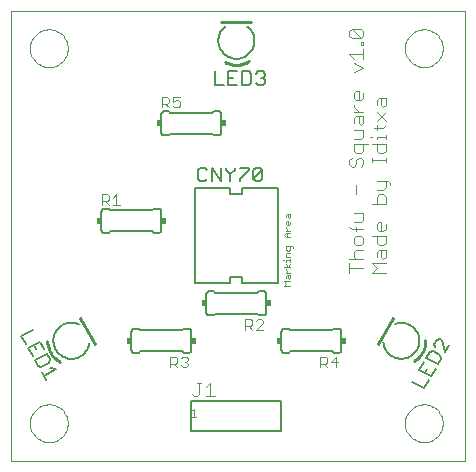
<source format=gto>
G75*
G70*
%OFA0B0*%
%FSLAX24Y24*%
%IPPOS*%
%LPD*%
%AMOC8*
5,1,8,0,0,1.08239X$1,22.5*
%
%ADD10C,0.0000*%
%ADD11C,0.0040*%
%ADD12C,0.0100*%
%ADD13C,0.0060*%
%ADD14C,0.0050*%
%ADD15R,0.0150X0.0200*%
%ADD16C,0.0020*%
D10*
X000100Y000100D02*
X000100Y015100D01*
X000100Y015096D02*
X015220Y015096D01*
X015220Y000100D01*
X000100Y000100D01*
X000720Y001350D02*
X000722Y001400D01*
X000728Y001450D01*
X000738Y001499D01*
X000752Y001547D01*
X000769Y001594D01*
X000790Y001639D01*
X000815Y001683D01*
X000843Y001724D01*
X000875Y001763D01*
X000909Y001800D01*
X000946Y001834D01*
X000986Y001864D01*
X001028Y001891D01*
X001072Y001915D01*
X001118Y001936D01*
X001165Y001952D01*
X001213Y001965D01*
X001263Y001974D01*
X001312Y001979D01*
X001363Y001980D01*
X001413Y001977D01*
X001462Y001970D01*
X001511Y001959D01*
X001559Y001944D01*
X001605Y001926D01*
X001650Y001904D01*
X001693Y001878D01*
X001734Y001849D01*
X001773Y001817D01*
X001809Y001782D01*
X001841Y001744D01*
X001871Y001704D01*
X001898Y001661D01*
X001921Y001617D01*
X001940Y001571D01*
X001956Y001523D01*
X001968Y001474D01*
X001976Y001425D01*
X001980Y001375D01*
X001980Y001325D01*
X001976Y001275D01*
X001968Y001226D01*
X001956Y001177D01*
X001940Y001129D01*
X001921Y001083D01*
X001898Y001039D01*
X001871Y000996D01*
X001841Y000956D01*
X001809Y000918D01*
X001773Y000883D01*
X001734Y000851D01*
X001693Y000822D01*
X001650Y000796D01*
X001605Y000774D01*
X001559Y000756D01*
X001511Y000741D01*
X001462Y000730D01*
X001413Y000723D01*
X001363Y000720D01*
X001312Y000721D01*
X001263Y000726D01*
X001213Y000735D01*
X001165Y000748D01*
X001118Y000764D01*
X001072Y000785D01*
X001028Y000809D01*
X000986Y000836D01*
X000946Y000866D01*
X000909Y000900D01*
X000875Y000937D01*
X000843Y000976D01*
X000815Y001017D01*
X000790Y001061D01*
X000769Y001106D01*
X000752Y001153D01*
X000738Y001201D01*
X000728Y001250D01*
X000722Y001300D01*
X000720Y001350D01*
X000720Y013850D02*
X000722Y013900D01*
X000728Y013950D01*
X000738Y013999D01*
X000752Y014047D01*
X000769Y014094D01*
X000790Y014139D01*
X000815Y014183D01*
X000843Y014224D01*
X000875Y014263D01*
X000909Y014300D01*
X000946Y014334D01*
X000986Y014364D01*
X001028Y014391D01*
X001072Y014415D01*
X001118Y014436D01*
X001165Y014452D01*
X001213Y014465D01*
X001263Y014474D01*
X001312Y014479D01*
X001363Y014480D01*
X001413Y014477D01*
X001462Y014470D01*
X001511Y014459D01*
X001559Y014444D01*
X001605Y014426D01*
X001650Y014404D01*
X001693Y014378D01*
X001734Y014349D01*
X001773Y014317D01*
X001809Y014282D01*
X001841Y014244D01*
X001871Y014204D01*
X001898Y014161D01*
X001921Y014117D01*
X001940Y014071D01*
X001956Y014023D01*
X001968Y013974D01*
X001976Y013925D01*
X001980Y013875D01*
X001980Y013825D01*
X001976Y013775D01*
X001968Y013726D01*
X001956Y013677D01*
X001940Y013629D01*
X001921Y013583D01*
X001898Y013539D01*
X001871Y013496D01*
X001841Y013456D01*
X001809Y013418D01*
X001773Y013383D01*
X001734Y013351D01*
X001693Y013322D01*
X001650Y013296D01*
X001605Y013274D01*
X001559Y013256D01*
X001511Y013241D01*
X001462Y013230D01*
X001413Y013223D01*
X001363Y013220D01*
X001312Y013221D01*
X001263Y013226D01*
X001213Y013235D01*
X001165Y013248D01*
X001118Y013264D01*
X001072Y013285D01*
X001028Y013309D01*
X000986Y013336D01*
X000946Y013366D01*
X000909Y013400D01*
X000875Y013437D01*
X000843Y013476D01*
X000815Y013517D01*
X000790Y013561D01*
X000769Y013606D01*
X000752Y013653D01*
X000738Y013701D01*
X000728Y013750D01*
X000722Y013800D01*
X000720Y013850D01*
X013220Y013850D02*
X013222Y013900D01*
X013228Y013950D01*
X013238Y013999D01*
X013252Y014047D01*
X013269Y014094D01*
X013290Y014139D01*
X013315Y014183D01*
X013343Y014224D01*
X013375Y014263D01*
X013409Y014300D01*
X013446Y014334D01*
X013486Y014364D01*
X013528Y014391D01*
X013572Y014415D01*
X013618Y014436D01*
X013665Y014452D01*
X013713Y014465D01*
X013763Y014474D01*
X013812Y014479D01*
X013863Y014480D01*
X013913Y014477D01*
X013962Y014470D01*
X014011Y014459D01*
X014059Y014444D01*
X014105Y014426D01*
X014150Y014404D01*
X014193Y014378D01*
X014234Y014349D01*
X014273Y014317D01*
X014309Y014282D01*
X014341Y014244D01*
X014371Y014204D01*
X014398Y014161D01*
X014421Y014117D01*
X014440Y014071D01*
X014456Y014023D01*
X014468Y013974D01*
X014476Y013925D01*
X014480Y013875D01*
X014480Y013825D01*
X014476Y013775D01*
X014468Y013726D01*
X014456Y013677D01*
X014440Y013629D01*
X014421Y013583D01*
X014398Y013539D01*
X014371Y013496D01*
X014341Y013456D01*
X014309Y013418D01*
X014273Y013383D01*
X014234Y013351D01*
X014193Y013322D01*
X014150Y013296D01*
X014105Y013274D01*
X014059Y013256D01*
X014011Y013241D01*
X013962Y013230D01*
X013913Y013223D01*
X013863Y013220D01*
X013812Y013221D01*
X013763Y013226D01*
X013713Y013235D01*
X013665Y013248D01*
X013618Y013264D01*
X013572Y013285D01*
X013528Y013309D01*
X013486Y013336D01*
X013446Y013366D01*
X013409Y013400D01*
X013375Y013437D01*
X013343Y013476D01*
X013315Y013517D01*
X013290Y013561D01*
X013269Y013606D01*
X013252Y013653D01*
X013238Y013701D01*
X013228Y013750D01*
X013222Y013800D01*
X013220Y013850D01*
X013220Y001350D02*
X013222Y001400D01*
X013228Y001450D01*
X013238Y001499D01*
X013252Y001547D01*
X013269Y001594D01*
X013290Y001639D01*
X013315Y001683D01*
X013343Y001724D01*
X013375Y001763D01*
X013409Y001800D01*
X013446Y001834D01*
X013486Y001864D01*
X013528Y001891D01*
X013572Y001915D01*
X013618Y001936D01*
X013665Y001952D01*
X013713Y001965D01*
X013763Y001974D01*
X013812Y001979D01*
X013863Y001980D01*
X013913Y001977D01*
X013962Y001970D01*
X014011Y001959D01*
X014059Y001944D01*
X014105Y001926D01*
X014150Y001904D01*
X014193Y001878D01*
X014234Y001849D01*
X014273Y001817D01*
X014309Y001782D01*
X014341Y001744D01*
X014371Y001704D01*
X014398Y001661D01*
X014421Y001617D01*
X014440Y001571D01*
X014456Y001523D01*
X014468Y001474D01*
X014476Y001425D01*
X014480Y001375D01*
X014480Y001325D01*
X014476Y001275D01*
X014468Y001226D01*
X014456Y001177D01*
X014440Y001129D01*
X014421Y001083D01*
X014398Y001039D01*
X014371Y000996D01*
X014341Y000956D01*
X014309Y000918D01*
X014273Y000883D01*
X014234Y000851D01*
X014193Y000822D01*
X014150Y000796D01*
X014105Y000774D01*
X014059Y000756D01*
X014011Y000741D01*
X013962Y000730D01*
X013913Y000723D01*
X013863Y000720D01*
X013812Y000721D01*
X013763Y000726D01*
X013713Y000735D01*
X013665Y000748D01*
X013618Y000764D01*
X013572Y000785D01*
X013528Y000809D01*
X013486Y000836D01*
X013446Y000866D01*
X013409Y000900D01*
X013375Y000937D01*
X013343Y000976D01*
X013315Y001017D01*
X013290Y001061D01*
X013269Y001106D01*
X013252Y001153D01*
X013238Y001201D01*
X013228Y001250D01*
X013222Y001300D01*
X013220Y001350D01*
D11*
X010936Y003220D02*
X010936Y003570D01*
X010761Y003395D01*
X010994Y003395D01*
X010635Y003395D02*
X010577Y003337D01*
X010402Y003337D01*
X010519Y003337D02*
X010635Y003220D01*
X010635Y003395D02*
X010635Y003512D01*
X010577Y003570D01*
X010402Y003570D01*
X010402Y003220D01*
X008494Y004470D02*
X008261Y004470D01*
X008494Y004704D01*
X008494Y004762D01*
X008436Y004820D01*
X008319Y004820D01*
X008261Y004762D01*
X008135Y004762D02*
X008135Y004645D01*
X008077Y004587D01*
X007902Y004587D01*
X008019Y004587D02*
X008135Y004470D01*
X007902Y004470D02*
X007902Y004820D01*
X008077Y004820D01*
X008135Y004762D01*
X005994Y003512D02*
X005994Y003454D01*
X005936Y003395D01*
X005994Y003337D01*
X005994Y003278D01*
X005936Y003220D01*
X005819Y003220D01*
X005761Y003278D01*
X005635Y003220D02*
X005519Y003337D01*
X005577Y003337D02*
X005402Y003337D01*
X005402Y003220D02*
X005402Y003570D01*
X005577Y003570D01*
X005635Y003512D01*
X005635Y003395D01*
X005577Y003337D01*
X005761Y003512D02*
X005819Y003570D01*
X005936Y003570D01*
X005994Y003512D01*
X005936Y003395D02*
X005878Y003395D01*
X006273Y002705D02*
X006427Y002705D01*
X006350Y002705D02*
X006350Y002322D01*
X006273Y002245D01*
X006197Y002245D01*
X006120Y002322D01*
X006580Y002245D02*
X006887Y002245D01*
X006734Y002245D02*
X006734Y002705D01*
X006580Y002552D01*
X011370Y006370D02*
X011370Y006677D01*
X011370Y006830D02*
X011830Y006830D01*
X011600Y006830D02*
X011523Y006907D01*
X011523Y007061D01*
X011600Y007137D01*
X011830Y007137D01*
X011753Y007291D02*
X011830Y007368D01*
X011830Y007521D01*
X011753Y007598D01*
X011600Y007598D01*
X011523Y007521D01*
X011523Y007368D01*
X011600Y007291D01*
X011753Y007291D01*
X012120Y007598D02*
X012580Y007598D01*
X012580Y007368D01*
X012503Y007291D01*
X012350Y007291D01*
X012273Y007368D01*
X012273Y007598D01*
X012350Y007751D02*
X012273Y007828D01*
X012273Y007981D01*
X012350Y008058D01*
X012427Y008058D01*
X012427Y007751D01*
X012503Y007751D02*
X012350Y007751D01*
X012503Y007751D02*
X012580Y007828D01*
X012580Y007981D01*
X012580Y008672D02*
X012120Y008672D01*
X012273Y008672D02*
X012273Y008902D01*
X012350Y008979D01*
X012503Y008979D01*
X012580Y008902D01*
X012580Y008672D01*
X012503Y009132D02*
X012273Y009132D01*
X012503Y009132D02*
X012580Y009209D01*
X012580Y009439D01*
X012657Y009439D02*
X012733Y009363D01*
X012733Y009286D01*
X012657Y009439D02*
X012273Y009439D01*
X011753Y009900D02*
X011830Y009976D01*
X011830Y010130D01*
X011753Y010207D01*
X011677Y010207D01*
X011600Y010130D01*
X011600Y009976D01*
X011523Y009900D01*
X011446Y009900D01*
X011370Y009976D01*
X011370Y010130D01*
X011446Y010207D01*
X011600Y010360D02*
X011753Y010360D01*
X011830Y010437D01*
X011830Y010667D01*
X011983Y010667D02*
X011523Y010667D01*
X011523Y010437D01*
X011600Y010360D01*
X011523Y010820D02*
X011753Y010820D01*
X011830Y010897D01*
X011830Y011127D01*
X011523Y011127D01*
X011523Y011358D02*
X011523Y011511D01*
X011600Y011588D01*
X011830Y011588D01*
X011830Y011358D01*
X011753Y011281D01*
X011677Y011358D01*
X011677Y011588D01*
X011677Y011741D02*
X011523Y011895D01*
X011523Y011971D01*
X011600Y012125D02*
X011523Y012202D01*
X011523Y012355D01*
X011600Y012432D01*
X011677Y012432D01*
X011677Y012125D01*
X011753Y012125D02*
X011600Y012125D01*
X011753Y012125D02*
X011830Y012202D01*
X011830Y012355D01*
X012273Y012125D02*
X012273Y011971D01*
X012427Y011971D02*
X012427Y012202D01*
X012350Y012202D02*
X012273Y012125D01*
X012350Y012202D02*
X012580Y012202D01*
X012580Y011971D01*
X012503Y011895D01*
X012427Y011971D01*
X012580Y011741D02*
X012273Y011434D01*
X012273Y011281D02*
X012273Y011127D01*
X012196Y011204D02*
X012503Y011204D01*
X012580Y011281D01*
X012580Y011434D02*
X012273Y011741D01*
X011830Y011741D02*
X011523Y011741D01*
X012043Y010897D02*
X012120Y010897D01*
X012273Y010897D02*
X012580Y010897D01*
X012580Y010820D02*
X012580Y010974D01*
X012580Y010667D02*
X012580Y010437D01*
X012503Y010360D01*
X012350Y010360D01*
X012273Y010437D01*
X012273Y010667D01*
X012120Y010667D02*
X012580Y010667D01*
X012273Y010820D02*
X012273Y010897D01*
X012120Y010207D02*
X012120Y010053D01*
X012120Y010130D02*
X012580Y010130D01*
X012580Y010053D02*
X012580Y010207D01*
X011600Y009286D02*
X011600Y008979D01*
X011523Y008365D02*
X011830Y008365D01*
X011830Y008135D01*
X011753Y008058D01*
X011523Y008058D01*
X011600Y007905D02*
X011600Y007751D01*
X011446Y007828D02*
X011370Y007905D01*
X011446Y007828D02*
X011830Y007828D01*
X012350Y007137D02*
X012580Y007137D01*
X012580Y006907D01*
X012503Y006830D01*
X012427Y006907D01*
X012427Y007137D01*
X012350Y007137D02*
X012273Y007061D01*
X012273Y006907D01*
X012120Y006677D02*
X012580Y006677D01*
X012580Y006370D02*
X012120Y006370D01*
X012273Y006523D01*
X012120Y006677D01*
X011830Y006523D02*
X011370Y006523D01*
X005713Y011938D02*
X005713Y012055D01*
X005654Y012114D01*
X005596Y012114D01*
X005479Y012055D01*
X005479Y012230D01*
X005713Y012230D01*
X005713Y011938D02*
X005654Y011880D01*
X005537Y011880D01*
X005479Y011938D01*
X005354Y011880D02*
X005237Y011997D01*
X005295Y011997D02*
X005120Y011997D01*
X005120Y011880D02*
X005120Y012230D01*
X005295Y012230D01*
X005354Y012172D01*
X005354Y012055D01*
X005295Y011997D01*
X003596Y008980D02*
X003596Y008630D01*
X003479Y008630D02*
X003713Y008630D01*
X003479Y008864D02*
X003596Y008980D01*
X003354Y008922D02*
X003354Y008805D01*
X003295Y008747D01*
X003120Y008747D01*
X003237Y008747D02*
X003354Y008630D01*
X003120Y008630D02*
X003120Y008980D01*
X003295Y008980D01*
X003354Y008922D01*
X011370Y013660D02*
X011830Y013660D01*
X011830Y013813D02*
X011830Y013506D01*
X011830Y013199D02*
X011523Y013353D01*
X011523Y013506D02*
X011370Y013660D01*
X011753Y013966D02*
X011753Y014043D01*
X011830Y014043D01*
X011830Y013966D01*
X011753Y013966D01*
X011753Y014197D02*
X011446Y014197D01*
X011370Y014273D01*
X011370Y014427D01*
X011446Y014504D01*
X011753Y014197D01*
X011830Y014273D01*
X011830Y014427D01*
X011753Y014504D01*
X011446Y014504D01*
X011830Y013199D02*
X011523Y013046D01*
D12*
X008100Y014720D02*
X007100Y014720D01*
X007221Y013396D02*
X007271Y013371D01*
X007324Y013349D01*
X007377Y013332D01*
X007432Y013318D01*
X007487Y013308D01*
X007544Y013302D01*
X007600Y013300D01*
X007655Y013302D01*
X007710Y013308D01*
X007764Y013317D01*
X007818Y013330D01*
X007870Y013347D01*
X007922Y013367D01*
X007971Y013391D01*
X008019Y013419D01*
X012813Y004843D02*
X012313Y003977D01*
X013520Y003419D02*
X013567Y003451D01*
X013612Y003485D01*
X013654Y003523D01*
X013693Y003563D01*
X013730Y003607D01*
X013763Y003652D01*
X013793Y003700D01*
X013819Y003749D01*
X013841Y003799D01*
X013860Y003851D01*
X013876Y003904D01*
X013887Y003958D01*
X013895Y004012D01*
X013899Y004067D01*
X013900Y004122D01*
X002887Y003977D02*
X002387Y004843D01*
X001300Y004076D02*
X001304Y004020D01*
X001312Y003964D01*
X001323Y003909D01*
X001339Y003855D01*
X001358Y003801D01*
X001381Y003750D01*
X001407Y003700D01*
X001436Y003653D01*
X001469Y003609D01*
X001504Y003566D01*
X001542Y003526D01*
X001583Y003489D01*
X001626Y003455D01*
X001672Y003424D01*
X001720Y003396D01*
D13*
X001911Y003531D02*
X001866Y003548D01*
X001822Y003568D01*
X001780Y003593D01*
X001740Y003620D01*
X001702Y003651D01*
X001667Y003684D01*
X001635Y003720D01*
X001606Y003759D01*
X001580Y003800D01*
X001559Y003841D01*
X001540Y003883D01*
X001525Y003927D01*
X001514Y003972D01*
X001506Y004018D01*
X001501Y004064D01*
X001500Y004110D01*
X001503Y004156D01*
X001509Y004202D01*
X001800Y004620D02*
X001842Y004642D01*
X001886Y004660D01*
X001931Y004676D01*
X001977Y004687D01*
X002024Y004695D01*
X002071Y004699D01*
X002119Y004700D01*
X002166Y004696D01*
X002213Y004689D01*
X002259Y004678D01*
X002304Y004664D01*
X002348Y004646D01*
X001800Y004620D02*
X001761Y004595D01*
X001724Y004567D01*
X001689Y004537D01*
X001656Y004504D01*
X001626Y004468D01*
X001599Y004431D01*
X001575Y004391D01*
X001554Y004350D01*
X001537Y004307D01*
X001522Y004263D01*
X001512Y004218D01*
X001504Y004172D01*
X001874Y003544D02*
X001917Y003529D01*
X001961Y003516D01*
X002005Y003508D01*
X002050Y003502D01*
X002096Y003500D01*
X002141Y003501D01*
X002186Y003506D01*
X002231Y003515D01*
X002275Y003526D01*
X002318Y003541D01*
X002360Y003559D01*
X002400Y003580D01*
X002438Y003605D01*
X002475Y003632D01*
X002509Y003661D01*
X002541Y003694D01*
X002571Y003728D01*
X002598Y003765D01*
X002622Y003804D01*
X002643Y003844D01*
X002661Y003886D01*
X002675Y003929D01*
X002686Y003973D01*
X002694Y004018D01*
X004100Y003800D02*
X004100Y004400D01*
X004102Y004417D01*
X004106Y004434D01*
X004113Y004450D01*
X004123Y004464D01*
X004136Y004477D01*
X004150Y004487D01*
X004166Y004494D01*
X004183Y004498D01*
X004200Y004500D01*
X004350Y004500D01*
X004400Y004450D01*
X005800Y004450D01*
X005850Y004500D01*
X006000Y004500D01*
X006017Y004498D01*
X006034Y004494D01*
X006050Y004487D01*
X006064Y004477D01*
X006077Y004464D01*
X006087Y004450D01*
X006094Y004434D01*
X006098Y004417D01*
X006100Y004400D01*
X006100Y003800D01*
X006098Y003783D01*
X006094Y003766D01*
X006087Y003750D01*
X006077Y003736D01*
X006064Y003723D01*
X006050Y003713D01*
X006034Y003706D01*
X006017Y003702D01*
X006000Y003700D01*
X005850Y003700D01*
X005800Y003750D01*
X004400Y003750D01*
X004350Y003700D01*
X004200Y003700D01*
X004183Y003702D01*
X004166Y003706D01*
X004150Y003713D01*
X004136Y003723D01*
X004123Y003736D01*
X004113Y003750D01*
X004106Y003766D01*
X004102Y003783D01*
X004100Y003800D01*
X006206Y006056D02*
X006206Y009169D01*
X005100Y008400D02*
X005100Y007800D01*
X005098Y007783D01*
X005094Y007766D01*
X005087Y007750D01*
X005077Y007736D01*
X005064Y007723D01*
X005050Y007713D01*
X005034Y007706D01*
X005017Y007702D01*
X005000Y007700D01*
X004850Y007700D01*
X004800Y007750D01*
X003400Y007750D01*
X003350Y007700D01*
X003200Y007700D01*
X003183Y007702D01*
X003166Y007706D01*
X003150Y007713D01*
X003136Y007723D01*
X003123Y007736D01*
X003113Y007750D01*
X003106Y007766D01*
X003102Y007783D01*
X003100Y007800D01*
X003100Y008400D01*
X003102Y008417D01*
X003106Y008434D01*
X003113Y008450D01*
X003123Y008464D01*
X003136Y008477D01*
X003150Y008487D01*
X003166Y008494D01*
X003183Y008498D01*
X003200Y008500D01*
X003350Y008500D01*
X003400Y008450D01*
X004800Y008450D01*
X004850Y008500D01*
X005000Y008500D01*
X005017Y008498D01*
X005034Y008494D01*
X005050Y008487D01*
X005064Y008477D01*
X005077Y008464D01*
X005087Y008450D01*
X005094Y008434D01*
X005098Y008417D01*
X005100Y008400D01*
X005200Y010950D02*
X005350Y010950D01*
X005400Y011000D01*
X006800Y011000D01*
X006850Y010950D01*
X007000Y010950D01*
X007017Y010952D01*
X007034Y010956D01*
X007050Y010963D01*
X007064Y010973D01*
X007077Y010986D01*
X007087Y011000D01*
X007094Y011016D01*
X007098Y011033D01*
X007100Y011050D01*
X007100Y011650D01*
X007098Y011667D01*
X007094Y011684D01*
X007087Y011700D01*
X007077Y011714D01*
X007064Y011727D01*
X007050Y011737D01*
X007034Y011744D01*
X007017Y011748D01*
X007000Y011750D01*
X006850Y011750D01*
X006800Y011700D01*
X005400Y011700D01*
X005350Y011750D01*
X005200Y011750D01*
X005183Y011748D01*
X005166Y011744D01*
X005150Y011737D01*
X005136Y011727D01*
X005123Y011714D01*
X005113Y011700D01*
X005106Y011684D01*
X005102Y011667D01*
X005100Y011650D01*
X005100Y011050D01*
X005102Y011033D01*
X005106Y011016D01*
X005113Y011000D01*
X005123Y010986D01*
X005136Y010973D01*
X005150Y010963D01*
X005166Y010956D01*
X005183Y010952D01*
X005200Y010950D01*
X007216Y013639D02*
X007253Y013611D01*
X007291Y013585D01*
X007332Y013563D01*
X007374Y013544D01*
X007418Y013528D01*
X007462Y013516D01*
X007508Y013507D01*
X007554Y013502D01*
X007600Y013500D01*
X007648Y013502D01*
X007696Y013508D01*
X007744Y013518D01*
X007790Y013531D01*
X007836Y013548D01*
X007879Y013569D01*
X007921Y013593D01*
X007961Y013621D01*
X007999Y013652D01*
X007968Y013626D02*
X008003Y013656D01*
X008036Y013687D01*
X008066Y013722D01*
X008093Y013758D01*
X008117Y013796D01*
X008139Y013836D01*
X008157Y013878D01*
X008173Y013921D01*
X008185Y013965D01*
X008193Y014009D01*
X008198Y014055D01*
X008200Y014100D01*
X008198Y014145D01*
X008193Y014191D01*
X008185Y014235D01*
X008173Y014279D01*
X008157Y014322D01*
X008139Y014364D01*
X008117Y014404D01*
X008093Y014442D01*
X008066Y014478D01*
X008036Y014513D01*
X008003Y014544D01*
X007968Y014574D01*
X007000Y014100D02*
X007002Y014054D01*
X007007Y014008D01*
X007016Y013962D01*
X007028Y013917D01*
X007044Y013874D01*
X007063Y013832D01*
X007086Y013791D01*
X007111Y013752D01*
X007139Y013716D01*
X007170Y013681D01*
X007204Y013649D01*
X007240Y013620D01*
X007000Y014100D02*
X007002Y014147D01*
X007008Y014195D01*
X007017Y014241D01*
X007030Y014287D01*
X007046Y014331D01*
X007067Y014375D01*
X007090Y014416D01*
X007116Y014455D01*
X007146Y014492D01*
X007179Y014527D01*
X007214Y014559D01*
X007251Y014588D01*
X008994Y009144D02*
X008994Y006056D01*
X008600Y005650D02*
X008600Y005050D01*
X008598Y005033D01*
X008594Y005016D01*
X008587Y005000D01*
X008577Y004986D01*
X008564Y004973D01*
X008550Y004963D01*
X008534Y004956D01*
X008517Y004952D01*
X008500Y004950D01*
X008350Y004950D01*
X008300Y005000D01*
X006900Y005000D01*
X006850Y004950D01*
X006700Y004950D01*
X006683Y004952D01*
X006666Y004956D01*
X006650Y004963D01*
X006636Y004973D01*
X006623Y004986D01*
X006613Y005000D01*
X006606Y005016D01*
X006602Y005033D01*
X006600Y005050D01*
X006600Y005650D01*
X006602Y005667D01*
X006606Y005684D01*
X006613Y005700D01*
X006623Y005714D01*
X006636Y005727D01*
X006650Y005737D01*
X006666Y005744D01*
X006683Y005748D01*
X006700Y005750D01*
X006850Y005750D01*
X006900Y005700D01*
X008300Y005700D01*
X008350Y005750D01*
X008500Y005750D01*
X008517Y005748D01*
X008534Y005744D01*
X008550Y005737D01*
X008564Y005727D01*
X008577Y005714D01*
X008587Y005700D01*
X008594Y005684D01*
X008598Y005667D01*
X008600Y005650D01*
X009200Y004500D02*
X009350Y004500D01*
X009400Y004450D01*
X010800Y004450D01*
X010850Y004500D01*
X011000Y004500D01*
X011017Y004498D01*
X011034Y004494D01*
X011050Y004487D01*
X011064Y004477D01*
X011077Y004464D01*
X011087Y004450D01*
X011094Y004434D01*
X011098Y004417D01*
X011100Y004400D01*
X011100Y003800D01*
X011098Y003783D01*
X011094Y003766D01*
X011087Y003750D01*
X011077Y003736D01*
X011064Y003723D01*
X011050Y003713D01*
X011034Y003706D01*
X011017Y003702D01*
X011000Y003700D01*
X010850Y003700D01*
X010800Y003750D01*
X009400Y003750D01*
X009350Y003700D01*
X009200Y003700D01*
X009183Y003702D01*
X009166Y003706D01*
X009150Y003713D01*
X009136Y003723D01*
X009123Y003736D01*
X009113Y003750D01*
X009106Y003766D01*
X009102Y003783D01*
X009100Y003800D01*
X009100Y004400D01*
X009102Y004417D01*
X009106Y004434D01*
X009113Y004450D01*
X009123Y004464D01*
X009136Y004477D01*
X009150Y004487D01*
X009166Y004494D01*
X009183Y004498D01*
X009200Y004500D01*
X012800Y003580D02*
X012841Y003559D01*
X012884Y003540D01*
X012927Y003525D01*
X012972Y003514D01*
X013018Y003506D01*
X013064Y003501D01*
X013110Y003500D01*
X013157Y003503D01*
X013203Y003509D01*
X013248Y003519D01*
X013292Y003532D01*
X013336Y003548D01*
X013307Y003537D02*
X013350Y003555D01*
X013391Y003575D01*
X013431Y003599D01*
X013468Y003626D01*
X013504Y003656D01*
X013537Y003689D01*
X013567Y003724D01*
X013595Y003761D01*
X013620Y003800D01*
X013642Y003843D01*
X013661Y003887D01*
X013676Y003933D01*
X013688Y003980D01*
X013696Y004028D01*
X013700Y004076D01*
X013699Y004125D01*
X013696Y004173D01*
X013688Y004221D01*
X013694Y004182D02*
X013686Y004227D01*
X013675Y004271D01*
X013661Y004314D01*
X013643Y004356D01*
X013622Y004396D01*
X013598Y004435D01*
X013571Y004472D01*
X013541Y004506D01*
X013509Y004539D01*
X013475Y004568D01*
X013438Y004595D01*
X013400Y004620D01*
X013360Y004641D01*
X013318Y004659D01*
X013275Y004674D01*
X013231Y004685D01*
X013186Y004694D01*
X013141Y004699D01*
X013096Y004700D01*
X013050Y004698D01*
X013005Y004692D01*
X012961Y004684D01*
X012917Y004671D01*
X012874Y004656D01*
X012503Y004042D02*
X012509Y003995D01*
X012519Y003949D01*
X012533Y003903D01*
X012551Y003859D01*
X012571Y003816D01*
X012595Y003775D01*
X012623Y003736D01*
X012653Y003700D01*
X012686Y003666D01*
X012722Y003634D01*
X012760Y003606D01*
X012800Y003580D01*
D14*
X013470Y002740D02*
X013860Y002515D01*
X014010Y002775D01*
X014090Y002913D02*
X014240Y003174D01*
X014320Y003312D02*
X014433Y003507D01*
X014405Y003610D01*
X014145Y003760D01*
X014043Y003732D01*
X013930Y003537D01*
X014320Y003312D01*
X013970Y003156D02*
X013895Y003026D01*
X013700Y003139D02*
X014090Y002913D01*
X013700Y003139D02*
X013850Y003399D01*
X014225Y003899D02*
X014198Y004001D01*
X014273Y004131D01*
X014375Y004159D01*
X014440Y004121D01*
X014550Y003711D01*
X014700Y003971D01*
X009100Y002100D02*
X009100Y001100D01*
X006100Y001100D01*
X006100Y002100D01*
X009100Y002100D01*
X008978Y006025D02*
X007797Y006025D01*
X007797Y006222D01*
X007403Y006222D01*
X007403Y006025D01*
X006222Y006025D01*
X007403Y008978D02*
X007797Y008978D01*
X007797Y009175D01*
X008978Y009175D01*
X008467Y009494D02*
X008392Y009419D01*
X008242Y009419D01*
X008167Y009494D01*
X008467Y009794D01*
X008467Y009494D01*
X008467Y009794D02*
X008392Y009869D01*
X008242Y009869D01*
X008167Y009794D01*
X008167Y009494D01*
X008006Y009794D02*
X007706Y009494D01*
X007706Y009419D01*
X007396Y009419D02*
X007396Y009644D01*
X007546Y009794D01*
X007546Y009869D01*
X007706Y009869D02*
X008006Y009869D01*
X008006Y009794D01*
X007396Y009644D02*
X007246Y009794D01*
X007246Y009869D01*
X007086Y009869D02*
X007086Y009419D01*
X006785Y009869D01*
X006785Y009419D01*
X006625Y009494D02*
X006550Y009419D01*
X006400Y009419D01*
X006325Y009494D01*
X006325Y009794D01*
X006400Y009869D01*
X006550Y009869D01*
X006625Y009794D01*
X006222Y009175D02*
X007403Y009175D01*
X007403Y008978D01*
X007335Y012625D02*
X007636Y012625D01*
X007796Y012625D02*
X008021Y012625D01*
X008096Y012700D01*
X008096Y013000D01*
X008021Y013075D01*
X007796Y013075D01*
X007796Y012625D01*
X007486Y012850D02*
X007335Y012850D01*
X007335Y013075D02*
X007335Y012625D01*
X007175Y012625D02*
X006875Y012625D01*
X006875Y013075D01*
X007335Y013075D02*
X007636Y013075D01*
X008256Y013000D02*
X008331Y013075D01*
X008481Y013075D01*
X008556Y013000D01*
X008556Y012925D01*
X008481Y012850D01*
X008556Y012775D01*
X008556Y012700D01*
X008481Y012625D01*
X008331Y012625D01*
X008256Y012700D01*
X008406Y012850D02*
X008481Y012850D01*
X000820Y004469D02*
X000430Y004244D01*
X000580Y003984D01*
X000660Y003845D02*
X000810Y003585D01*
X000890Y003446D02*
X001003Y003251D01*
X001105Y003224D01*
X001365Y003374D01*
X001393Y003476D01*
X001280Y003671D01*
X000890Y003446D01*
X001120Y003048D02*
X001271Y002788D01*
X001196Y002918D02*
X001586Y003143D01*
X001380Y003198D01*
X001200Y003810D02*
X001050Y004070D01*
X000660Y003845D01*
X000855Y003958D02*
X000930Y003828D01*
D15*
X004025Y004100D03*
X006175Y004100D03*
X006525Y005350D03*
X008675Y005350D03*
X009025Y004100D03*
X011175Y004100D03*
X005175Y008100D03*
X003025Y008100D03*
X005025Y011350D03*
X007175Y011350D03*
D16*
X009295Y008323D02*
X009405Y008323D01*
X009405Y008213D01*
X009368Y008176D01*
X009331Y008213D01*
X009331Y008323D01*
X009295Y008323D02*
X009258Y008286D01*
X009258Y008213D01*
X009295Y008102D02*
X009331Y008102D01*
X009331Y007955D01*
X009295Y007955D02*
X009258Y007992D01*
X009258Y008066D01*
X009295Y008102D01*
X009405Y008066D02*
X009405Y007992D01*
X009368Y007955D01*
X009295Y007955D01*
X009258Y007881D02*
X009258Y007845D01*
X009331Y007771D01*
X009258Y007771D02*
X009405Y007771D01*
X009405Y007697D02*
X009258Y007697D01*
X009185Y007624D01*
X009258Y007550D01*
X009405Y007550D01*
X009295Y007550D02*
X009295Y007697D01*
X009258Y007255D02*
X009258Y007145D01*
X009295Y007108D01*
X009368Y007108D01*
X009405Y007145D01*
X009405Y007255D01*
X009442Y007255D02*
X009258Y007255D01*
X009442Y007255D02*
X009478Y007218D01*
X009478Y007182D01*
X009405Y007034D02*
X009295Y007034D01*
X009258Y006997D01*
X009258Y006887D01*
X009405Y006887D01*
X009405Y006813D02*
X009405Y006740D01*
X009405Y006777D02*
X009258Y006777D01*
X009258Y006740D01*
X009258Y006666D02*
X009331Y006556D01*
X009405Y006666D01*
X009405Y006556D02*
X009185Y006556D01*
X009258Y006482D02*
X009258Y006445D01*
X009331Y006372D01*
X009258Y006372D02*
X009405Y006372D01*
X009405Y006297D02*
X009405Y006187D01*
X009368Y006151D01*
X009331Y006187D01*
X009331Y006297D01*
X009295Y006297D02*
X009405Y006297D01*
X009295Y006297D02*
X009258Y006261D01*
X009258Y006187D01*
X009185Y006076D02*
X009405Y006076D01*
X009405Y005930D02*
X009185Y005930D01*
X009258Y006003D01*
X009185Y006076D01*
X009148Y006777D02*
X009185Y006777D01*
X006177Y001840D02*
X006177Y001560D01*
X006084Y001560D02*
X006271Y001560D01*
X006084Y001747D02*
X006177Y001840D01*
M02*

</source>
